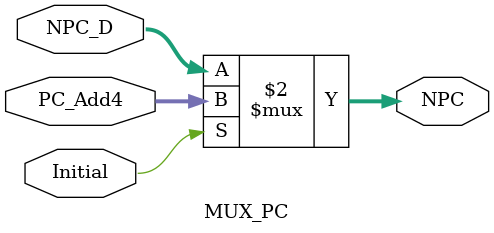
<source format=v>
`timescale 1ns / 1ps
`default_nettype none
module MUX_addr(
	input wire [4:0] addr1,
	input wire [4:0] addr2,
	input wire [4:0] addr3,
	input wire [3:0] RegDst,
	output wire [4:0] addr_w
    );

	assign addr_w = (RegDst == 2'b00) ? addr1 :
					(RegDst == 2'b01) ? addr2 :
					(RegDst == 2'b10) ? addr3 :
					5'b00000;
endmodule

module MUX_ALU(
	input wire [3:0] ALU_SRC,
	input wire [31:0] read2,
	input wire [31:0] ExtImm16,
	output wire [31:0] SRC_B
);
	assign SRC_B = (ALU_SRC == 3'b001) ? ExtImm16 :read2;

endmodule

module MUX_Wd (
	input wire [31:0] ALUresult,
	input wire[31:0] MemData,
	input wire[31:0] PC8,
	input wire[3:0] MemtoReg,
	output wire[31:0] Wd
);
	
	assign Wd = (MemtoReg == 2'b00) ? ALUresult :
				(MemtoReg == 2'b01) ? MemData :
				(MemtoReg == 2'b10) ? PC8 : 
				1'b0;
endmodule

module MUX_Forward_D_E(
	input wire[31:0] Original,
	input wire[31:0] Mresult,
	input wire[31:0] Wresult,
	input wire[31:0] PC8_E,//Í¬ÑùÊÇ¸Ä±ä¼Ä´æÆ÷µÄÖµ£¬jalµÄÖµ¸úÆäËûµÄ¶¼²»Ò»Ñù£¡ÐèÒªµ¥¶À¸ø¸ö¿Ú×Ó£¬w¼¶²»ÐèÒª×ª·¢
	input wire[31:0] PC8_M,
	input wire[3:0] MuxForward,
	output wire[31:0] MUXResult
);
	assign MUXResult = (MuxForward == 4'b0100) ? PC8_E :
						(MuxForward == 4'b0011) ? PC8_M :
						(MuxForward == 4'b0010) ? Mresult :
					   (MuxForward == 4'b0001) ? Wresult :
					   (MuxForward == 4'b0000) ? Original:
					   32'hffffffff;

endmodule

module MUX_Forward_M(
	input wire[31:0] Original,
	input wire[31:0] Wresult,
	input  wire MuxForward,
	output wire[31:0] MUXResult
);
	assign MUXResult = (MuxForward == 1'b1) ? Wresult :
					   						  Original;

endmodule



module MUX_PC(
	input wire[31:0] PC_Add4,
	input wire[31:0] NPC_D,
	input wire Initial,
	output wire[31:0] NPC
);
	assign NPC = (Initial == 1'b1) ? PC_Add4 : NPC_D;

endmodule
</source>
